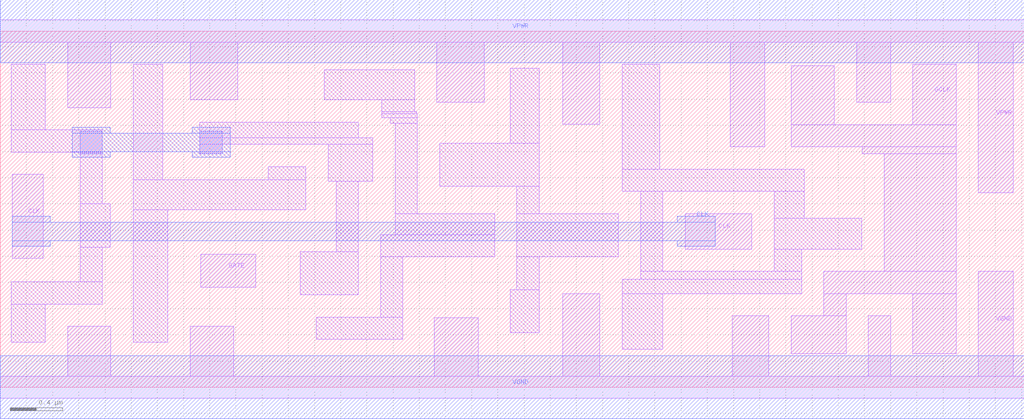
<source format=lef>
# Copyright 2020 The SkyWater PDK Authors
#
# Licensed under the Apache License, Version 2.0 (the "License");
# you may not use this file except in compliance with the License.
# You may obtain a copy of the License at
#
#     https://www.apache.org/licenses/LICENSE-2.0
#
# Unless required by applicable law or agreed to in writing, software
# distributed under the License is distributed on an "AS IS" BASIS,
# WITHOUT WARRANTIES OR CONDITIONS OF ANY KIND, either express or implied.
# See the License for the specific language governing permissions and
# limitations under the License.
#
# SPDX-License-Identifier: Apache-2.0

VERSION 5.5 ;
NAMESCASESENSITIVE ON ;
BUSBITCHARS "[]" ;
DIVIDERCHAR "/" ;
MACRO sky130_fd_sc_hd__dlclkp_4
  CLASS CORE ;
  SOURCE USER ;
  ORIGIN  0.000000  0.000000 ;
  SIZE  7.820000 BY  2.720000 ;
  SYMMETRY X Y R90 ;
  SITE unithd ;
  PIN GATE
    ANTENNAGATEAREA  0.159000 ;
    DIRECTION INPUT ;
    USE SIGNAL ;
    PORT
      LAYER li1 ;
        RECT 1.530000 0.765000 1.950000 1.015000 ;
    END
  END GATE
  PIN GCLK
    ANTENNADIFFAREA  1.039500 ;
    DIRECTION OUTPUT ;
    USE SIGNAL ;
    PORT
      LAYER li1 ;
        RECT 6.040000 0.255000 6.460000 0.545000 ;
        RECT 6.040000 1.835000 7.300000 2.005000 ;
        RECT 6.040000 2.005000 6.370000 2.455000 ;
        RECT 6.290000 0.545000 6.460000 0.715000 ;
        RECT 6.290000 0.715000 7.300000 0.885000 ;
        RECT 6.585000 1.785000 7.300000 1.835000 ;
        RECT 6.750000 0.885000 7.300000 1.785000 ;
        RECT 6.970000 0.255000 7.300000 0.715000 ;
        RECT 6.970000 2.005000 7.300000 2.465000 ;
    END
  END GCLK
  PIN CLK
    ANTENNAGATEAREA  0.406500 ;
    DIRECTION INPUT ;
    USE CLOCK ;
    PORT
      LAYER li1 ;
        RECT 0.090000 0.985000 0.330000 1.625000 ;
    END
    PORT
      LAYER li1 ;
        RECT 5.230000 1.055000 5.740000 1.325000 ;
    END
    PORT
      LAYER met1 ;
        RECT 0.090000 1.075000 0.380000 1.120000 ;
        RECT 0.090000 1.120000 5.460000 1.260000 ;
        RECT 0.090000 1.260000 0.380000 1.305000 ;
        RECT 5.170000 1.075000 5.460000 1.120000 ;
        RECT 5.170000 1.260000 5.460000 1.305000 ;
    END
  END CLK
  PIN VGND
    DIRECTION INOUT ;
    SHAPE ABUTMENT ;
    USE GROUND ;
    PORT
      LAYER li1 ;
        RECT 0.000000 -0.085000 7.820000 0.085000 ;
        RECT 0.515000  0.085000 0.845000 0.465000 ;
        RECT 1.450000  0.085000 1.785000 0.465000 ;
        RECT 3.315000  0.085000 3.650000 0.530000 ;
        RECT 4.295000  0.085000 4.580000 0.715000 ;
        RECT 5.590000  0.085000 5.870000 0.545000 ;
        RECT 6.630000  0.085000 6.800000 0.545000 ;
        RECT 7.470000  0.085000 7.735000 0.885000 ;
    END
    PORT
      LAYER met1 ;
        RECT 0.000000 -0.240000 7.820000 0.240000 ;
    END
  END VGND
  PIN VPWR
    DIRECTION INOUT ;
    SHAPE ABUTMENT ;
    USE POWER ;
    PORT
      LAYER li1 ;
        RECT 0.000000 2.635000 7.820000 2.805000 ;
        RECT 0.515000 2.135000 0.845000 2.635000 ;
        RECT 1.450000 2.195000 1.815000 2.635000 ;
        RECT 3.335000 2.175000 3.695000 2.635000 ;
        RECT 4.295000 2.010000 4.580000 2.635000 ;
        RECT 5.575000 1.835000 5.840000 2.635000 ;
        RECT 6.540000 2.175000 6.800000 2.635000 ;
        RECT 7.470000 1.485000 7.735000 2.635000 ;
    END
    PORT
      LAYER met1 ;
        RECT 0.000000 2.480000 7.820000 2.960000 ;
    END
  END VPWR
  OBS
    LAYER li1 ;
      RECT 0.085000 0.345000 0.345000 0.635000 ;
      RECT 0.085000 0.635000 0.780000 0.805000 ;
      RECT 0.085000 1.795000 0.780000 1.965000 ;
      RECT 0.085000 1.965000 0.345000 2.465000 ;
      RECT 0.610000 0.805000 0.780000 1.070000 ;
      RECT 0.610000 1.070000 0.840000 1.400000 ;
      RECT 0.610000 1.400000 0.780000 1.795000 ;
      RECT 1.015000 0.345000 1.280000 1.355000 ;
      RECT 1.015000 1.355000 2.335000 1.585000 ;
      RECT 1.015000 1.585000 1.240000 2.465000 ;
      RECT 1.525000 1.785000 1.695000 1.855000 ;
      RECT 1.525000 1.855000 2.845000 1.905000 ;
      RECT 1.525000 1.905000 2.735000 2.025000 ;
      RECT 2.045000 1.585000 2.335000 1.685000 ;
      RECT 2.290000 0.705000 2.735000 1.035000 ;
      RECT 2.415000 0.365000 3.075000 0.535000 ;
      RECT 2.475000 2.195000 3.165000 2.425000 ;
      RECT 2.505000 1.575000 2.845000 1.855000 ;
      RECT 2.565000 1.035000 2.735000 1.575000 ;
      RECT 2.905000 0.535000 3.075000 0.995000 ;
      RECT 2.905000 0.995000 3.775000 1.165000 ;
      RECT 2.915000 2.060000 3.185000 2.090000 ;
      RECT 2.915000 2.090000 3.180000 2.105000 ;
      RECT 2.915000 2.105000 3.165000 2.195000 ;
      RECT 2.980000 2.015000 3.185000 2.060000 ;
      RECT 3.015000 1.165000 3.775000 1.325000 ;
      RECT 3.015000 1.325000 3.185000 2.015000 ;
      RECT 3.355000 1.535000 4.115000 1.865000 ;
      RECT 3.895000 0.415000 4.115000 0.745000 ;
      RECT 3.895000 1.865000 4.115000 2.435000 ;
      RECT 3.945000 0.745000 4.115000 0.995000 ;
      RECT 3.945000 0.995000 4.720000 1.325000 ;
      RECT 3.945000 1.325000 4.115000 1.535000 ;
      RECT 4.750000 0.290000 5.060000 0.715000 ;
      RECT 4.750000 0.715000 6.120000 0.825000 ;
      RECT 4.750000 1.495000 6.140000 1.665000 ;
      RECT 4.750000 1.665000 5.035000 2.465000 ;
      RECT 4.890000 0.825000 6.120000 0.885000 ;
      RECT 4.890000 0.885000 5.060000 1.495000 ;
      RECT 5.910000 0.885000 6.120000 1.055000 ;
      RECT 5.910000 1.055000 6.580000 1.290000 ;
      RECT 5.910000 1.290000 6.140000 1.495000 ;
    LAYER mcon ;
      RECT 0.610000 1.785000 0.780000 1.955000 ;
      RECT 1.525000 1.785000 1.695000 1.955000 ;
    LAYER met1 ;
      RECT 0.550000 1.755000 0.840000 1.800000 ;
      RECT 0.550000 1.800000 1.755000 1.940000 ;
      RECT 0.550000 1.940000 0.840000 1.985000 ;
      RECT 1.465000 1.755000 1.755000 1.800000 ;
      RECT 1.465000 1.940000 1.755000 1.985000 ;
  END
END sky130_fd_sc_hd__dlclkp_4

</source>
